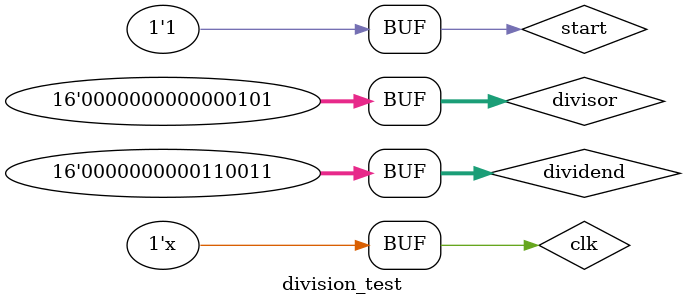
<source format=v>
`timescale 1ns / 1ps


module division_test;

	// Inputs
	reg clk;
	reg start;
	reg [15:0] divisor;
	reg [15:0] dividend;

	// Outputs
	wire ready;
	wire [31:0] result;

	// Instantiate the Unit Under Test (UUT)
	Division_module uut (
		.clk(clk), 
		.start(start), 
		.divisor(divisor), 
		.dividend(dividend), 
		.ready(ready), 
		.result(result)
	);

	initial begin
		// Initialize Inputs
		clk = 0;
		start = 0;
		divisor = 7;
		dividend = 8;

		// Wait 100 ns for global reset to finish
		#100;
      start = 1;
		#100;
		dividend = 51;
		divisor = 5;

	end
   always #10 clk = ~clk;   
endmodule


</source>
